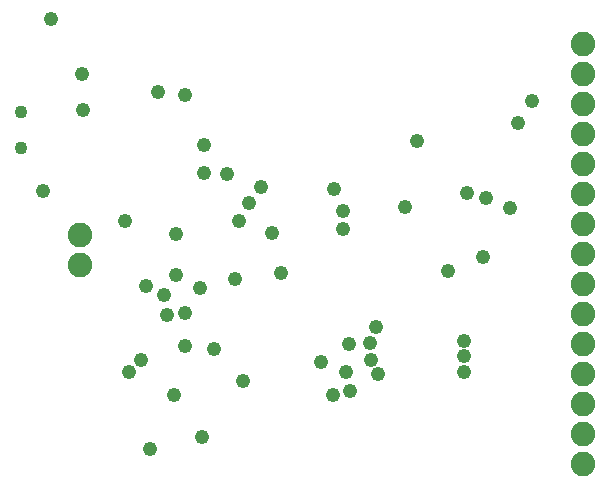
<source format=gbs>
G75*
%MOIN*%
%OFA0B0*%
%FSLAX25Y25*%
%IPPOS*%
%LPD*%
%AMOC8*
5,1,8,0,0,1.08239X$1,22.5*
%
%ADD10C,0.08200*%
%ADD11C,0.04343*%
%ADD12C,0.04762*%
D10*
X0077200Y0132900D03*
X0077200Y0142900D03*
X0244900Y0146500D03*
X0244900Y0136500D03*
X0244900Y0126500D03*
X0244900Y0116500D03*
X0244900Y0106500D03*
X0244900Y0096500D03*
X0244900Y0086500D03*
X0244900Y0076500D03*
X0244900Y0066500D03*
X0244900Y0156500D03*
X0244900Y0166500D03*
X0244900Y0176500D03*
X0244900Y0186500D03*
X0244900Y0196500D03*
X0244900Y0206500D03*
D11*
X0057500Y0183706D03*
X0057500Y0171894D03*
D12*
X0093500Y0097200D03*
X0097500Y0101100D03*
X0108500Y0089600D03*
X0112000Y0105800D03*
X0121700Y0104700D03*
X0131600Y0094100D03*
X0117700Y0075400D03*
X0100600Y0071500D03*
X0106000Y0116200D03*
X0105100Y0122800D03*
X0099200Y0125900D03*
X0109200Y0129600D03*
X0117000Y0125100D03*
X0112100Y0116700D03*
X0128900Y0128300D03*
X0144000Y0130100D03*
X0141300Y0143400D03*
X0130200Y0147400D03*
X0133400Y0153600D03*
X0137600Y0159000D03*
X0126000Y0163300D03*
X0118400Y0163500D03*
X0118400Y0173000D03*
X0112200Y0189400D03*
X0103200Y0190400D03*
X0078300Y0184600D03*
X0077700Y0196400D03*
X0067600Y0215000D03*
X0064900Y0157600D03*
X0092100Y0147400D03*
X0109100Y0143300D03*
X0161700Y0158100D03*
X0164700Y0150900D03*
X0164700Y0144900D03*
X0185500Y0152200D03*
X0206200Y0157000D03*
X0212600Y0155200D03*
X0220600Y0152000D03*
X0211400Y0135400D03*
X0199700Y0130900D03*
X0175900Y0112200D03*
X0173800Y0106900D03*
X0174200Y0101300D03*
X0176400Y0096400D03*
X0167200Y0091000D03*
X0161600Y0089400D03*
X0165700Y0097300D03*
X0157500Y0100500D03*
X0166900Y0106500D03*
X0205000Y0107600D03*
X0205000Y0102600D03*
X0205000Y0097300D03*
X0189600Y0174100D03*
X0223300Y0180300D03*
X0227900Y0187400D03*
M02*

</source>
